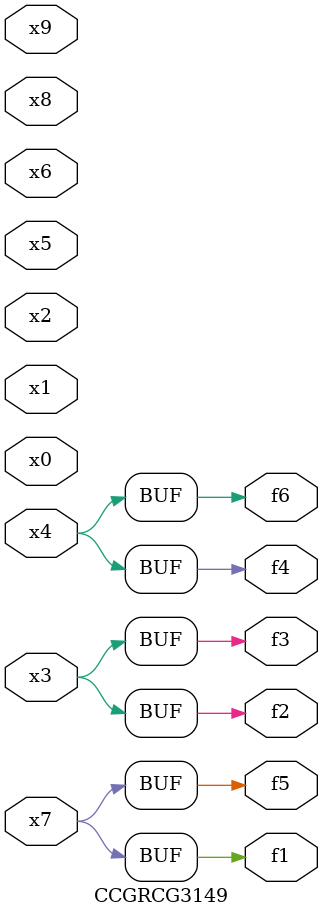
<source format=v>
module CCGRCG3149(
	input x0, x1, x2, x3, x4, x5, x6, x7, x8, x9,
	output f1, f2, f3, f4, f5, f6
);
	assign f1 = x7;
	assign f2 = x3;
	assign f3 = x3;
	assign f4 = x4;
	assign f5 = x7;
	assign f6 = x4;
endmodule

</source>
